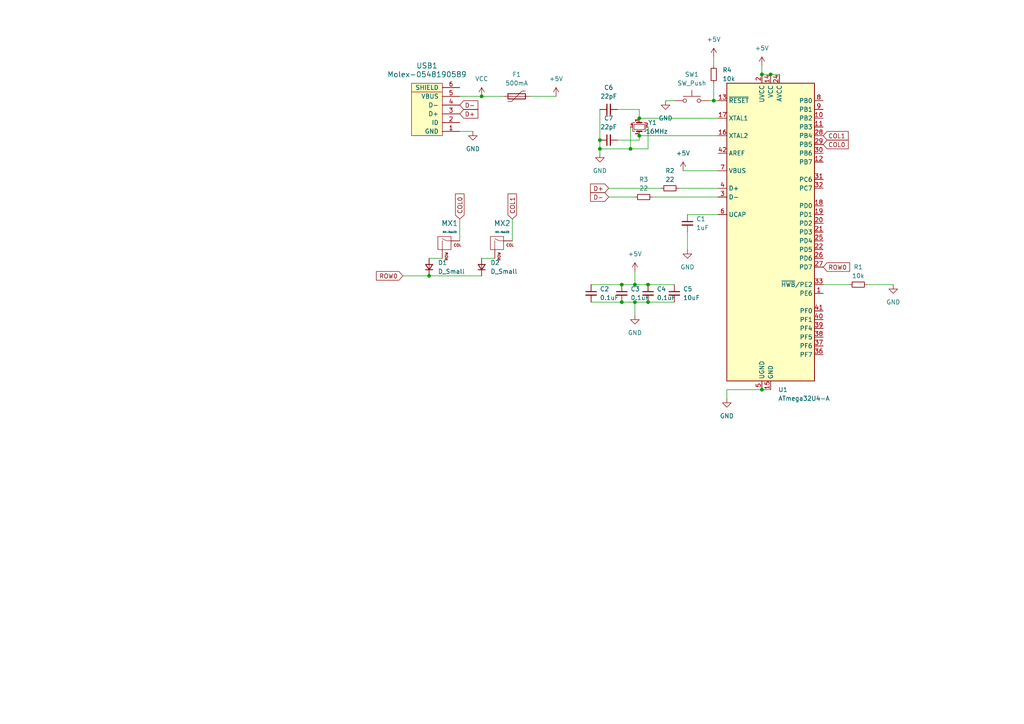
<source format=kicad_sch>
(kicad_sch (version 20230121) (generator eeschema)
  (paper "A4")
  (lib_symbols
    (symbol "Device:C_Small" (pin_numbers hide) (pin_names (offset 0.254) hide)
      (property "Reference" "C" (at 0.254 1.778 0))
      (property "Value" "C_Small" (at 0.254 -2.032 0))
      (symbol "C_Small_0_1"
        (polyline (pts (xy -1.524 -0.508) (xy 1.524 -0.508)) (stroke (width 0.3302)))
        (polyline (pts (xy -1.524 0.508) (xy 1.524 0.508)) (stroke (width 0.3048)))
      )
      (symbol "C_Small_1_1"
        (pin passive line (at 0 2.54 270) (length 2.032) (name "~") (number "1"))
        (pin passive line (at 0 -2.54 90) (length 2.032) (name "~") (number "2"))
      )
    )
    (symbol "Device:Crystal_GND24_Small" (pin_names (offset 1.016) hide)
      (property "Reference" "Y" (at 1.27 4.445 0))
      (property "Value" "Crystal_GND24_Small" (at 1.27 2.54 0))
      (symbol "Crystal_GND24_Small_0_1"
        (rectangle (start -0.762 -1.524) (end 0.762 1.524))
        (polyline (pts (xy -1.27 -0.762) (xy -1.27 0.762)) (stroke (width 0.381)))
        (polyline (pts (xy 1.27 -0.762) (xy 1.27 0.762)) (stroke (width 0.381)))
        (polyline (pts (xy -1.27 -1.27) (xy -1.27 -1.905) (xy 1.27 -1.905) (xy 1.27 -1.27)))
        (polyline (pts (xy -1.27 1.27) (xy -1.27 1.905) (xy 1.27 1.905) (xy 1.27 1.27)))
      )
      (symbol "Crystal_GND24_Small_1_1"
        (pin passive line (at -2.54 0 0) (length 1.27) (name "1") (number "1"))
        (pin passive line (at 0 -2.54 90) (length 0.635) (name "2") (number "2"))
        (pin passive line (at 2.54 0 180) (length 1.27) (name "3") (number "3"))
        (pin passive line (at 0 2.54 270) (length 0.635) (name "4") (number "4"))
      )
    )
    (symbol "Device:D_Small" (pin_numbers hide) (pin_names (offset 0.254) hide)
      (property "Reference" "D" (at -1.27 2.032 0))
      (property "Value" "D_Small" (at -3.81 -2.032 0))
      (symbol "D_Small_0_1"
        (polyline (pts (xy -0.762 -1.016) (xy -0.762 1.016)) (stroke (width 0.254)))
        (polyline (pts (xy -0.762 0) (xy 0.762 0)))
        (polyline (pts (xy 0.762 -1.016) (xy -0.762 0) (xy 0.762 1.016) (xy 0.762 -1.016)) (stroke (width 0.254)))
      )
      (symbol "D_Small_1_1"
        (pin passive line (at -2.54 0 0) (length 1.778) (name "K") (number "1"))
        (pin passive line (at 2.54 0 180) (length 1.778) (name "A") (number "2"))
      )
    )
    (symbol "Device:Polyfuse" (pin_numbers hide) (pin_names (offset 0))
      (property "Reference" "F" (at -2.54 0 90))
      (property "Value" "Polyfuse" (at 2.54 0 90))
      (symbol "Polyfuse_0_1"
        (rectangle (start -0.762 2.54) (end 0.762 -2.54) (stroke (width 0.254)))
        (polyline (pts (xy 0 2.54) (xy 0 -2.54)))
        (polyline (pts (xy -1.524 2.54) (xy -1.524 1.524) (xy 1.524 -1.524) (xy 1.524 -2.54)))
      )
      (symbol "Polyfuse_1_1"
        (pin passive line (at 0 3.81 270) (length 1.27) (name "~") (number "1"))
        (pin passive line (at 0 -3.81 90) (length 1.27) (name "~") (number "2"))
      )
    )
    (symbol "Device:R_Small" (pin_numbers hide) (pin_names (offset 0.254) hide)
      (property "Reference" "R" (at 0.762 0.508 0))
      (property "Value" "R_Small" (at 0.762 -1.016 0))
      (symbol "R_Small_0_1"
        (rectangle (start -0.762 1.778) (end 0.762 -1.778) (stroke (width 0.2032)))
      )
      (symbol "R_Small_1_1"
        (pin passive line (at 0 2.54 270) (length 0.762) (name "~") (number "1"))
        (pin passive line (at 0 -2.54 90) (length 0.762) (name "~") (number "2"))
      )
    )
    (symbol "MCU_Microchip_ATmega:ATmega32U4-A"
      (property "Reference" "U" (at -12.7 44.45 0))
      (property "Value" "ATmega32U4-A" (at 2.54 -44.45 0))
      (symbol "ATmega32U4-A_0_1"
        (rectangle (start -12.7 -43.18) (end 12.7 43.18) (stroke (width 0.254)) (fill (type background)))
      )
      (symbol "ATmega32U4-A_1_1"
        (pin bidirectional line (at 15.24 -17.78 180) (length 2.54) (name "PE6") (number "1"))
        (pin bidirectional line (at 15.24 33.02 180) (length 2.54) (name "PB2") (number "10"))
        (pin bidirectional line (at 15.24 30.48 180) (length 2.54) (name "PB3") (number "11"))
        (pin bidirectional line (at 15.24 20.32 180) (length 2.54) (name "PB7") (number "12"))
        (pin input line (at -15.24 38.1 0) (length 2.54) (name "~{RESET}") (number "13"))
        (pin power_in line (at 0 45.72 270) (length 2.54) (name "VCC") (number "14"))
        (pin power_in line (at 0 -45.72 90) (length 2.54) (name "GND") (number "15"))
        (pin output line (at -15.24 27.94 0) (length 2.54) (name "XTAL2") (number "16"))
        (pin input line (at -15.24 33.02 0) (length 2.54) (name "XTAL1") (number "17"))
        (pin bidirectional line (at 15.24 7.62 180) (length 2.54) (name "PD0") (number "18"))
        (pin bidirectional line (at 15.24 5.08 180) (length 2.54) (name "PD1") (number "19"))
        (pin power_in line (at -2.54 45.72 270) (length 2.54) (name "UVCC") (number "2"))
        (pin bidirectional line (at 15.24 2.54 180) (length 2.54) (name "PD2") (number "20"))
        (pin bidirectional line (at 15.24 0 180) (length 2.54) (name "PD3") (number "21"))
        (pin bidirectional line (at 15.24 -5.08 180) (length 2.54) (name "PD5") (number "22"))
        (pin passive line (at 0 -45.72 90) (length 2.54) hide (name "GND") (number "23"))
        (pin power_in line (at 2.54 45.72 270) (length 2.54) (name "AVCC") (number "24"))
        (pin bidirectional line (at 15.24 -2.54 180) (length 2.54) (name "PD4") (number "25"))
        (pin bidirectional line (at 15.24 -7.62 180) (length 2.54) (name "PD6") (number "26"))
        (pin bidirectional line (at 15.24 -10.16 180) (length 2.54) (name "PD7") (number "27"))
        (pin bidirectional line (at 15.24 27.94 180) (length 2.54) (name "PB4") (number "28"))
        (pin bidirectional line (at 15.24 25.4 180) (length 2.54) (name "PB5") (number "29"))
        (pin bidirectional line (at -15.24 10.16 0) (length 2.54) (name "D-") (number "3"))
        (pin bidirectional line (at 15.24 22.86 180) (length 2.54) (name "PB6") (number "30"))
        (pin bidirectional line (at 15.24 15.24 180) (length 2.54) (name "PC6") (number "31"))
        (pin bidirectional line (at 15.24 12.7 180) (length 2.54) (name "PC7") (number "32"))
        (pin bidirectional line (at 15.24 -15.24 180) (length 2.54) (name "~{HWB}/PE2") (number "33"))
        (pin passive line (at 0 45.72 270) (length 2.54) hide (name "VCC") (number "34"))
        (pin passive line (at 0 -45.72 90) (length 2.54) hide (name "GND") (number "35"))
        (pin bidirectional line (at 15.24 -35.56 180) (length 2.54) (name "PF7") (number "36"))
        (pin bidirectional line (at 15.24 -33.02 180) (length 2.54) (name "PF6") (number "37"))
        (pin bidirectional line (at 15.24 -30.48 180) (length 2.54) (name "PF5") (number "38"))
        (pin bidirectional line (at 15.24 -27.94 180) (length 2.54) (name "PF4") (number "39"))
        (pin bidirectional line (at -15.24 12.7 0) (length 2.54) (name "D+") (number "4"))
        (pin bidirectional line (at 15.24 -25.4 180) (length 2.54) (name "PF1") (number "40"))
        (pin bidirectional line (at 15.24 -22.86 180) (length 2.54) (name "PF0") (number "41"))
        (pin passive line (at -15.24 22.86 0) (length 2.54) (name "AREF") (number "42"))
        (pin passive line (at 0 -45.72 90) (length 2.54) hide (name "GND") (number "43"))
        (pin passive line (at 2.54 45.72 270) (length 2.54) hide (name "AVCC") (number "44"))
        (pin passive line (at -2.54 -45.72 90) (length 2.54) (name "UGND") (number "5"))
        (pin passive line (at -15.24 5.08 0) (length 2.54) (name "UCAP") (number "6"))
        (pin input line (at -15.24 17.78 0) (length 2.54) (name "VBUS") (number "7"))
        (pin bidirectional line (at 15.24 38.1 180) (length 2.54) (name "PB0") (number "8"))
        (pin bidirectional line (at 15.24 35.56 180) (length 2.54) (name "PB1") (number "9"))
      )
    )
    (symbol "MX_Alps_Hybrid:MX-NoLED" (pin_names (offset 1.016))
      (property "Reference" "MX" (at -0.635 3.81 0))
      (property "Value" "MX-NoLED" (at -0.635 1.27 0))
      (symbol "MX-NoLED_0_0"
        (rectangle (start -2.54 2.54) (end 1.27 -1.27))
        (polyline (pts (xy -1.27 -1.27) (xy -1.27 1.27)) (stroke (width 0.127)))
        (polyline (pts (xy 1.27 1.27) (xy 0 1.27) (xy -1.27 1.905)) (stroke (width 0.127)))
        (text "COL" (at 3.175 0 0) (effects (font (size 0.762 0.762))))
        (text "ROW" (at 0 -1.905 900) (effects (font (size 0.762 0.762)) (justify right)))
      )
      (symbol "MX-NoLED_1_1"
        (pin passive line (at 3.81 1.27 180) (length 2.54) (name "COL") (number "1"))
        (pin passive line (at -1.27 -3.81 90) (length 2.54) (name "ROW") (number "2"))
      )
    )
    (symbol "Switch:SW_Push" (pin_numbers hide) (pin_names (offset 1.016) hide)
      (property "Reference" "SW" (at 1.27 2.54 0))
      (property "Value" "SW_Push" (at 0 -1.524 0))
      (symbol "SW_Push_0_1"
        (circle (center -2.032 0) (radius 0.508))
        (polyline (pts (xy 0 1.27) (xy 0 3.048)))
        (polyline (pts (xy 2.54 1.27) (xy -2.54 1.27)))
        (circle (center 2.032 0) (radius 0.508))
        (pin passive line (at -5.08 0 0) (length 2.54) (name "1") (number "1"))
        (pin passive line (at 5.08 0 180) (length 2.54) (name "2") (number "2"))
      )
    )
    (symbol "power:+5V" (power) (pin_names (offset 0))
      (property "Value" "+5V" (at 0 3.556 0))
      (symbol "+5V_0_1"
        (polyline (pts (xy -0.762 1.27) (xy 0 2.54)))
        (polyline (pts (xy 0 0) (xy 0 2.54)))
        (polyline (pts (xy 0 2.54) (xy 0.762 1.27)))
      )
      (symbol "+5V_1_1"
        (pin power_in line (at 0 0 90) (length 0) hide (name "+5V") (number "1"))
      )
    )
    (symbol "power:GND" (power) (pin_names (offset 0))
      (property "Value" "GND" (at 0 -3.81 0))
      (symbol "GND_0_1"
        (polyline (pts (xy 0 0) (xy 0 -1.27) (xy 1.27 -1.27) (xy 0 -2.54) (xy -1.27 -1.27) (xy 0 -1.27)))
      )
      (symbol "GND_1_1"
        (pin power_in line (at 0 0 270) (length 0) hide (name "GND") (number "1"))
      )
    )
    (symbol "power:VCC" (power) (pin_names (offset 0))
      (property "Value" "VCC" (at 0 3.81 0))
      (symbol "VCC_0_1"
        (polyline (pts (xy -0.762 1.27) (xy 0 2.54)))
        (polyline (pts (xy 0 0) (xy 0 2.54)))
        (polyline (pts (xy 0 2.54) (xy 0.762 1.27)))
      )
      (symbol "VCC_1_1"
        (pin power_in line (at 0 0 90) (length 0) hide (name "VCC") (number "1"))
      )
    )
    (symbol "random-keyboard-parts:Molex-0548190589" (pin_names (offset 1.016))
      (property "Reference" "USB" (at 0 7.62 0))
      (property "Value" "Molex-0548190589" (at 0 10.16 0))
      (symbol "Molex-0548190589_0_0"
        (polyline (pts (xy 6.35 -2.54) (xy 6.35 6.35)))
        (rectangle (start 8.89 -2.54) (end -6.35 6.35) (fill (type background)))
      )
      (symbol "Molex-0548190589_1_1"
        (pin input line (at -5.08 -7.62 90) (length 5.08) (name "GND") (number "1"))
        (pin input line (at -2.54 -7.62 90) (length 5.08) (name "ID") (number "2"))
        (pin input line (at 0 -7.62 90) (length 5.08) (name "D+") (number "3"))
        (pin input line (at 2.54 -7.62 90) (length 5.08) (name "D-") (number "4"))
        (pin input line (at 5.08 -7.62 90) (length 5.08) (name "VBUS") (number "5"))
        (pin input line (at 7.62 -7.62 90) (length 5.08) (name "SHIELD") (number "6"))
      )
    )
  )
  (junction (at 207.01 29.21))
  (junction (at 173.99 40.64))
  (junction (at 187.96 87.63))
  (junction (at 185.42 39.37))
  (junction (at 185.42 34.29))
  (junction (at 180.34 82.55))
  (junction (at 220.98 21.59))
  (junction (at 182.88 43.18))
  (junction (at 184.15 82.55))
  (junction (at 220.98 113.03))
  (junction (at 223.52 21.59))
  (junction (at 173.99 43.18))
  (junction (at 180.34 87.63))
  (junction (at 184.15 87.63))
  (junction (at 187.96 82.55))
  (junction (at 124.46 80.01))
  (junction (at 139.7 27.94))
  (wire (pts (xy 116.84 80.01) (xy 124.46 80.01)))
  (wire (pts (xy 198.12 49.53) (xy 208.28 49.53)))
  (wire (pts (xy 220.98 113.03) (xy 210.82 113.03)))
  (wire (pts (xy 180.34 87.63) (xy 184.15 87.63)))
  (wire (pts (xy 199.39 67.31) (xy 199.39 72.39)))
  (wire (pts (xy 220.98 113.03) (xy 223.52 113.03)))
  (wire (pts (xy 185.42 39.37) (xy 185.42 40.64)))
  (wire (pts (xy 173.99 43.18) (xy 182.88 43.18)))
  (wire (pts (xy 124.46 74.93) (xy 128.27 74.93)))
  (wire (pts (xy 184.15 78.74) (xy 184.15 82.55)))
  (wire (pts (xy 238.76 82.55) (xy 246.38 82.55)))
  (wire (pts (xy 184.15 82.55) (xy 187.96 82.55)))
  (wire (pts (xy 185.42 34.29) (xy 208.28 34.29)))
  (wire (pts (xy 205.74 29.21) (xy 207.01 29.21)))
  (wire (pts (xy 187.96 82.55) (xy 195.58 82.55)))
  (wire (pts (xy 182.88 36.83) (xy 182.88 43.18)))
  (wire (pts (xy 133.35 63.5) (xy 133.35 69.85)))
  (wire (pts (xy 185.42 39.37) (xy 208.28 39.37)))
  (wire (pts (xy 251.46 82.55) (xy 259.08 82.55)))
  (wire (pts (xy 184.15 87.63) (xy 184.15 91.44)))
  (wire (pts (xy 153.67 27.94) (xy 161.29 27.94)))
  (wire (pts (xy 133.35 38.1) (xy 137.16 38.1)))
  (wire (pts (xy 179.07 31.75) (xy 185.42 31.75)))
  (wire (pts (xy 133.35 27.94) (xy 139.7 27.94)))
  (wire (pts (xy 148.59 69.85) (xy 148.59 63.5)))
  (wire (pts (xy 173.99 31.75) (xy 173.99 40.64)))
  (wire (pts (xy 207.01 24.13) (xy 207.01 29.21)))
  (wire (pts (xy 189.23 57.15) (xy 208.28 57.15)))
  (wire (pts (xy 184.15 87.63) (xy 187.96 87.63)))
  (wire (pts (xy 210.82 113.03) (xy 210.82 115.57)))
  (wire (pts (xy 196.85 54.61) (xy 208.28 54.61)))
  (wire (pts (xy 173.99 43.18) (xy 173.99 44.45)))
  (wire (pts (xy 171.45 87.63) (xy 180.34 87.63)))
  (wire (pts (xy 199.39 62.23) (xy 208.28 62.23)))
  (wire (pts (xy 187.96 36.83) (xy 187.96 43.18)))
  (wire (pts (xy 139.7 74.93) (xy 143.51 74.93)))
  (wire (pts (xy 207.01 29.21) (xy 208.28 29.21)))
  (wire (pts (xy 124.46 80.01) (xy 139.7 80.01)))
  (wire (pts (xy 187.96 87.63) (xy 195.58 87.63)))
  (wire (pts (xy 193.04 29.21) (xy 195.58 29.21)))
  (wire (pts (xy 223.52 21.59) (xy 226.06 21.59)))
  (wire (pts (xy 185.42 31.75) (xy 185.42 34.29)))
  (wire (pts (xy 171.45 82.55) (xy 180.34 82.55)))
  (wire (pts (xy 182.88 43.18) (xy 187.96 43.18)))
  (wire (pts (xy 173.99 40.64) (xy 173.99 43.18)))
  (wire (pts (xy 220.98 21.59) (xy 223.52 21.59)))
  (wire (pts (xy 176.53 54.61) (xy 191.77 54.61)))
  (wire (pts (xy 139.7 27.94) (xy 146.05 27.94)))
  (wire (pts (xy 176.53 57.15) (xy 184.15 57.15)))
  (wire (pts (xy 179.07 40.64) (xy 185.42 40.64)))
  (wire (pts (xy 180.34 82.55) (xy 184.15 82.55)))
  (wire (pts (xy 207.01 16.51) (xy 207.01 19.05)))
  (wire (pts (xy 220.98 19.05) (xy 220.98 21.59)))
  (global_label "D-" (shape input) (at 133.35 30.48 0) (property "Intersheetrefs" "${INTERSHEET_REFS}" (effects hide)))
  (global_label "ROW0" (shape input) (at 116.84 80.01 180) (property "Intersheetrefs" "${INTERSHEET_REFS}" (effects hide)))
  (global_label "ROW0" (shape input) (at 238.76 77.47 0) (property "Intersheetrefs" "${INTERSHEET_REFS}" (effects hide)))
  (global_label "COL0" (shape input) (at 133.35 63.5 90) (property "Intersheetrefs" "${INTERSHEET_REFS}" (effects hide)))
  (global_label "D-" (shape input) (at 176.53 57.15 180) (property "Intersheetrefs" "${INTERSHEET_REFS}" (effects hide)))
  (global_label "D+" (shape input) (at 133.35 33.02 0) (property "Intersheetrefs" "${INTERSHEET_REFS}" (effects hide)))
  (global_label "COL1" (shape input) (at 238.76 39.37 0) (property "Intersheetrefs" "${INTERSHEET_REFS}" (effects hide)))
  (global_label "COL1" (shape input) (at 148.59 63.5 90) (property "Intersheetrefs" "${INTERSHEET_REFS}" (effects hide)))
  (global_label "D+" (shape input) (at 176.53 54.61 180) (property "Intersheetrefs" "${INTERSHEET_REFS}" (effects hide)))
  (global_label "COL0" (shape input) (at 238.76 41.91 0) (property "Intersheetrefs" "${INTERSHEET_REFS}" (effects hide)))
  (symbol (lib_id "power:GND") (at 259.08 82.55 0) (unit 1)
    (property "Reference" "#PWR03" (effects hide))
    (property "Value" "GND" (at 259.08 87.63 0))
  )
  (symbol (lib_id "Device:Crystal_GND24_Small") (at 185.42 36.83 90) (unit 1)
    (property "Reference" "Y1" (at 189.23 35.56 90))
    (property "Value" "16MHz" (at 190.5 38.1 90))
    (property "Footprint" "Crystal:Crystal_SMD_3225-4Pin_3.2x2.5mm" (effects hide))
  )
  (symbol (lib_id "Device:R_Small") (at 207.01 21.59 0) (unit 1)
    (property "Reference" "R4" (at 209.55 20.32 0) (effects (justify left)))
    (property "Value" "10k" (at 209.55 22.86 0) (effects (justify left)))
    (property "Footprint" "Resistor_SMD:R_0805_2012Metric" (effects hide))
  )
  (symbol (lib_id "Device:D_Small") (at 139.7 77.47 90) (unit 1)
    (property "Reference" "D2" (at 142.24 76.2 90) (effects (justify right)))
    (property "Value" "D_Small" (at 142.24 78.74 90) (effects (justify right)))
    (property "Footprint" "Diode_SMD:D_SOD-123" (effects hide))
    (property "Sim.Device" "D" (effects hide))
    (property "Sim.Pins" "1=K 2=A" (effects hide))
  )
  (symbol (lib_id "Device:Polyfuse") (at 149.86 27.94 90) (unit 1)
    (property "Reference" "F1" (at 149.86 21.59 90))
    (property "Value" "500mA" (at 149.86 24.13 90))
    (property "Footprint" "Fuse:Fuse_1206_3216Metric" (effects hide))
  )
  (symbol (lib_id "random-keyboard-parts:Molex-0548190589") (at 125.73 33.02 90) (unit 1)
    (property "Reference" "USB1" (at 123.825 19.05 90) (effects (font (size 1.524 1.524))))
    (property "Value" "Molex-0548190589" (at 123.825 21.59 90) (effects (font (size 1.524 1.524))))
    (property "Footprint" "random-keyboard-parts:Molex-0548190589" (effects hide))
  )
  (symbol (lib_id "Device:C_Small") (at 176.53 31.75 90) (unit 1)
    (property "Reference" "C6" (at 176.5363 25.4 90))
    (property "Value" "22pF" (at 176.5363 27.94 90))
    (property "Footprint" "Capacitor_SMD:C_0805_2012Metric" (effects hide))
  )
  (symbol (lib_id "power:VCC") (at 139.7 27.94 0) (unit 1)
    (property "Reference" "#PWR011" (effects hide))
    (property "Value" "VCC" (at 139.7 22.86 0))
  )
  (symbol (lib_id "Device:C_Small") (at 176.53 40.64 90) (unit 1)
    (property "Reference" "C7" (at 176.5363 34.29 90))
    (property "Value" "22pF" (at 176.5363 36.83 90))
    (property "Footprint" "Capacitor_SMD:C_0805_2012Metric" (effects hide))
  )
  (symbol (lib_id "MX_Alps_Hybrid:MX-NoLED") (at 129.54 71.12 0) (unit 1)
    (property "Reference" "MX1" (at 130.4352 64.77 0) (effects (font (size 1.524 1.524))))
    (property "Value" "MX-NoLED" (at 130.4352 67.31 0) (effects (font (size 0.508 0.508))))
    (property "Footprint" "MX_Alps_Hybrid:MX-1U" (effects hide))
  )
  (symbol (lib_id "Device:C_Small") (at 171.45 85.09 0) (unit 1)
    (property "Reference" "C2" (at 173.99 83.8263 0) (effects (justify left)))
    (property "Value" "0.1uF" (at 173.99 86.3663 0) (effects (justify left)))
    (property "Footprint" "Capacitor_SMD:C_0805_2012Metric" (effects hide))
  )
  (symbol (lib_id "Device:R_Small") (at 194.31 54.61 270) (unit 1)
    (property "Reference" "R2" (at 194.31 49.53 90))
    (property "Value" "22" (at 194.31 52.07 90))
    (property "Footprint" "Resistor_SMD:R_0805_2012Metric" (effects hide))
  )
  (symbol (lib_id "power:GND") (at 193.04 29.21 0) (unit 1)
    (property "Reference" "#PWR09" (effects hide))
    (property "Value" "GND" (at 193.04 34.29 0))
  )
  (symbol (lib_id "Device:R_Small") (at 248.92 82.55 90) (unit 1)
    (property "Reference" "R1" (at 248.92 77.47 90))
    (property "Value" "10k" (at 248.92 80.01 90))
    (property "Footprint" "Resistor_SMD:R_0805_2012Metric" (effects hide))
  )
  (symbol (lib_id "Device:C_Small") (at 180.34 85.09 0) (unit 1)
    (property "Reference" "C3" (at 182.88 83.8263 0) (effects (justify left)))
    (property "Value" "0.1uF" (at 182.88 86.3663 0) (effects (justify left)))
    (property "Footprint" "Capacitor_SMD:C_0805_2012Metric" (effects hide))
  )
  (symbol (lib_id "power:GND") (at 199.39 72.39 0) (unit 1)
    (property "Reference" "#PWR04" (effects hide))
    (property "Value" "GND" (at 199.39 77.47 0))
  )
  (symbol (lib_id "power:+5V") (at 207.01 16.51 0) (unit 1)
    (property "Reference" "#PWR010" (effects hide))
    (property "Value" "+5V" (at 207.01 11.43 0))
  )
  (symbol (lib_id "power:GND") (at 137.16 38.1 0) (unit 1)
    (property "Reference" "#PWR013" (effects hide))
    (property "Value" "GND" (at 137.16 43.18 0))
  )
  (symbol (lib_id "MX_Alps_Hybrid:MX-NoLED") (at 144.78 71.12 0) (unit 1)
    (property "Reference" "MX2" (at 145.6752 64.77 0) (effects (font (size 1.524 1.524))))
    (property "Value" "MX-NoLED" (at 145.6752 67.31 0) (effects (font (size 0.508 0.508))))
    (property "Footprint" "MX_Alps_Hybrid:MX-1U" (effects hide))
  )
  (symbol (lib_id "Device:D_Small") (at 124.46 77.47 90) (unit 1)
    (property "Reference" "D1" (at 127 76.2 90) (effects (justify right)))
    (property "Value" "D_Small" (at 127 78.74 90) (effects (justify right)))
    (property "Footprint" "Diode_SMD:D_SOD-123" (effects hide))
    (property "Sim.Device" "D" (effects hide))
    (property "Sim.Pins" "1=K 2=A" (effects hide))
  )
  (symbol (lib_id "power:GND") (at 173.99 44.45 0) (unit 1)
    (property "Reference" "#PWR08" (effects hide))
    (property "Value" "GND" (at 173.99 49.53 0))
  )
  (symbol (lib_id "power:+5V") (at 220.98 19.05 0) (unit 1)
    (property "Reference" "#PWR01" (effects hide))
    (property "Value" "+5V" (at 220.98 13.97 0))
  )
  (symbol (lib_id "power:GND") (at 210.82 115.57 0) (unit 1)
    (property "Reference" "#PWR02" (effects hide))
    (property "Value" "GND" (at 210.82 120.65 0))
  )
  (symbol (lib_id "Device:C_Small") (at 199.39 64.77 0) (unit 1)
    (property "Reference" "C1" (at 201.93 63.5063 0) (effects (justify left)))
    (property "Value" "1uF" (at 201.93 66.0463 0) (effects (justify left)))
    (property "Footprint" "Capacitor_SMD:C_0805_2012Metric" (effects hide))
  )
  (symbol (lib_id "Device:C_Small") (at 187.96 85.09 0) (unit 1)
    (property "Reference" "C4" (at 190.5 83.8263 0) (effects (justify left)))
    (property "Value" "0.1uF" (at 190.5 86.3663 0) (effects (justify left)))
    (property "Footprint" "Capacitor_SMD:C_0805_2012Metric" (effects hide))
  )
  (symbol (lib_id "power:+5V") (at 161.29 27.94 0) (unit 1)
    (property "Reference" "#PWR012" (effects hide))
    (property "Value" "+5V" (at 161.29 22.86 0))
  )
  (symbol (lib_id "power:+5V") (at 184.15 78.74 0) (unit 1)
    (property "Reference" "#PWR06" (effects hide))
    (property "Value" "+5V" (at 184.15 73.66 0))
  )
  (symbol (lib_id "power:+5V") (at 198.12 49.53 0) (unit 1)
    (property "Reference" "#PWR07" (effects hide))
    (property "Value" "+5V" (at 198.12 44.45 0))
  )
  (symbol (lib_id "power:GND") (at 184.15 91.44 0) (unit 1)
    (property "Reference" "#PWR05" (effects hide))
    (property "Value" "GND" (at 184.15 96.52 0))
  )
  (symbol (lib_id "Device:C_Small") (at 195.58 85.09 0) (unit 1)
    (property "Reference" "C5" (at 198.12 83.8263 0) (effects (justify left)))
    (property "Value" "10uF" (at 198.12 86.3663 0) (effects (justify left)))
    (property "Footprint" "Capacitor_SMD:C_0805_2012Metric" (effects hide))
  )
  (symbol (lib_id "Switch:SW_Push") (at 200.66 29.21 0) (unit 1)
    (property "Reference" "SW1" (at 200.66 21.59 0))
    (property "Value" "SW_Push" (at 200.66 24.13 0))
    (property "Footprint" "random-keyboard-parts:SKQG-1155865" (effects hide))
  )
  (symbol (lib_id "Device:R_Small") (at 186.69 57.15 90) (unit 1)
    (property "Reference" "R3" (at 186.69 52.07 90))
    (property "Value" "22" (at 186.69 54.61 90))
    (property "Footprint" "Resistor_SMD:R_0805_2012Metric" (effects hide))
  )
  (symbol (lib_id "MCU_Microchip_ATmega:ATmega32U4-A") (at 223.52 67.31 0) (unit 1)
    (property "Reference" "U1" (at 225.7141 113.03 0) (effects (justify left)))
    (property "Value" "ATmega32U4-A" (at 225.7141 115.57 0) (effects (justify left)))
    (property "Footprint" "Package_QFP:TQFP-44_10x10mm_P0.8mm" (effects hide))
    (property "Datasheet" "http://ww1.microchip.com/downloads/en/DeviceDoc/Atmel-7766-8-bit-AVR-ATmega16U4-32U4_Datasheet.pdf" (effects hide))
  )
)
</source>
